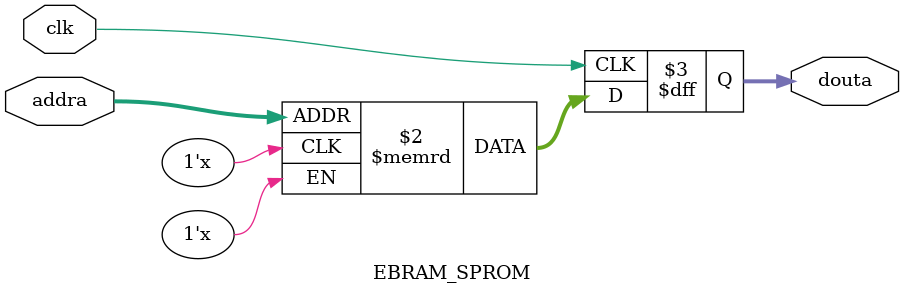
<source format=v>
/*
* Instruction ROM to be synthesized as EBRAM
*/
module EBRAM_SPROM(
		clk, 
                addra, douta
		);
   parameter 
     DEPTH = 512,
     DEPTH_LOG = 9,
     WIDTH = 32;
   
   input wire clk;
   input wire [DEPTH_LOG-1:0] addra;
   output reg [WIDTH-1:0] 	 douta;

   reg [WIDTH-1:0] 	 ROM [DEPTH-1:0] /*verilator public*/;

   always @ (posedge clk) begin
	douta <= ROM[addra];
   end
   
endmodule // BRAM_SSP

</source>
